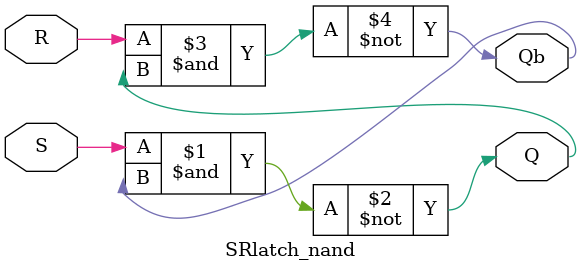
<source format=v>
module SRlatch_nand(S,R,Q,Qb);
   input S,R;
   output Q,Qb;
   nand g0(Q,S,Qb);
   nand g2(Qb,R,Q);
endmodule

</source>
